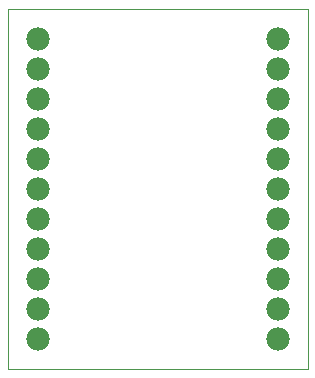
<source format=gbs>
G75*
%MOIN*%
%OFA0B0*%
%FSLAX24Y24*%
%IPPOS*%
%LPD*%
%AMOC8*
5,1,8,0,0,1.08239X$1,22.5*
%
%ADD10C,0.0000*%
%ADD11C,0.0780*%
D10*
X000100Y000100D02*
X000100Y012100D01*
X010100Y012100D01*
X010100Y000100D02*
X000100Y000100D01*
X010100Y000100D02*
X010100Y012100D01*
D11*
X009100Y011100D03*
X009100Y010100D03*
X009100Y009100D03*
X009100Y008100D03*
X009100Y007100D03*
X009100Y006100D03*
X009100Y005100D03*
X009100Y004100D03*
X009100Y003100D03*
X009100Y002100D03*
X009100Y001100D03*
X001100Y001100D03*
X001100Y002100D03*
X001100Y003100D03*
X001100Y004100D03*
X001100Y005100D03*
X001100Y006100D03*
X001100Y007100D03*
X001100Y008100D03*
X001100Y009100D03*
X001100Y010100D03*
X001100Y011100D03*
M02*

</source>
